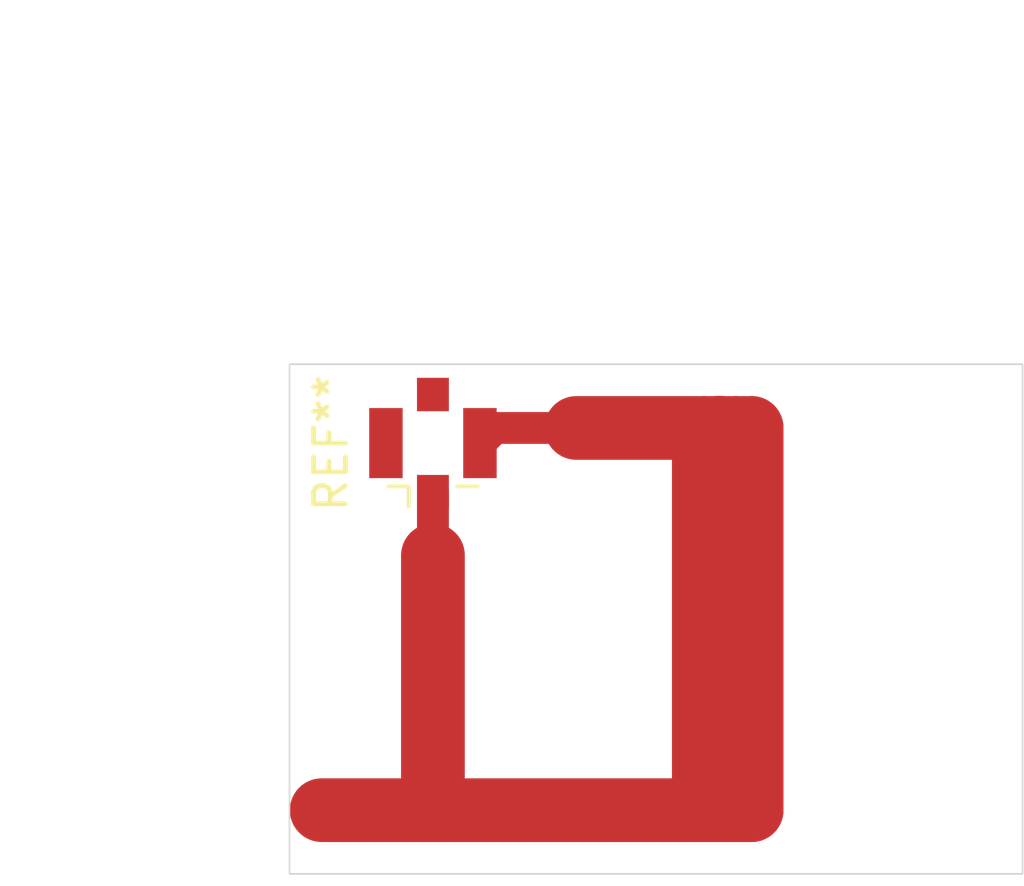
<source format=kicad_pcb>
(kicad_pcb (version 20211014) (generator pcbnew)
  (layers (0 "F.Cu" signal) (31 "B.Cu" signal) (34 "B.Paste" user) (35 "F.Paste" user) (36 "B.SilkS" user "B.Silkscreen") (37 "F.SilkS" user "F.Silkscreen") (38 "B.Mask" user) (39 "F.Mask" user) (44 "Edge.Cuts" user))
  (net 0 "")
  (footprint "Connector_Coaxial:U.FL_Hirose_U.FL-R-SMT-1_Vertical" (layer "F.Cu") (at 74.5 52.95 90)
    (fp_text reference "REF**" (at 0.475 -3.2 90) (layer "F.SilkS"))
    (fp_text value "U.FL_Hirose_U.FL-R-SMT-1_Vertical")
    (fp_line (start -0.885 -0.76) (end -1.515 -0.76) (layer "F.SilkS") (width 0.12))
    (fp_line (start -0.885 1.4) (end -0.885 0.76) (layer "F.SilkS") (width 0.12))
    (fp_line (start -0.885 -1.4) (end -0.885 -0.76) (layer "F.SilkS") (width 0.12))
    (pad "1" smd rect (at -1.05 0 90) (size 1.05 1) (layers "F.Cu" "F.Paste" "F.Mask"))
    (pad "2" smd rect (at 0.475 -1.475 90) (size 2.2 1.05) (layers "F.Cu" "F.Paste" "F.Mask"))
    (pad "2" smd rect (at 2 0 90) (size 1.05 1) (layers "F.Cu" "F.Paste" "F.Mask"))
    (pad "2" smd rect (at 0.475 1.475 90) (size 2.2 1.05) (layers "F.Cu" "F.Paste" "F.Mask"))
  )
  (gr_rect (start 70 50) (end 93 66) (layer "Edge.Cuts") (width 0.05) (fill none))
  (segment (start 83 52) (end 83 64) (width 2) (layer "F.Cu") (net 0))
  (segment (start 75.975 52.475) (end 76.45 52) (width 1) (layer "F.Cu") (net 0))
  (segment (start 84.5 64) (end 74.5 64) (width 2) (layer "F.Cu") (net 0))
  (segment (start 74.5 64) (end 74.5 56) (width 2) (layer "F.Cu") (net 0))
  (segment (start 74.5 64) (end 71.01 64) (width 2) (layer "F.Cu") (net 0))
  (segment (start 84.5 52) (end 84.5 64) (width 2) (layer "F.Cu") (net 0))
  (segment (start 79 52) (end 84.5 52) (width 2) (layer "F.Cu") (net 0))
  (segment (start 83.49667 51.990506) (end 83.49667 63.990506) (width 2) (layer "F.Cu") (net 0))
  (segment (start 76.45 52) (end 79 52) (width 1) (layer "F.Cu") (net 0))
  (segment (start 74.5 54) (end 74.5 56) (width 1) (layer "F.Cu") (net 0))
  (segment (start 84 52) (end 84 64) (width 2) (layer "F.Cu") (net 0))
)
</source>
